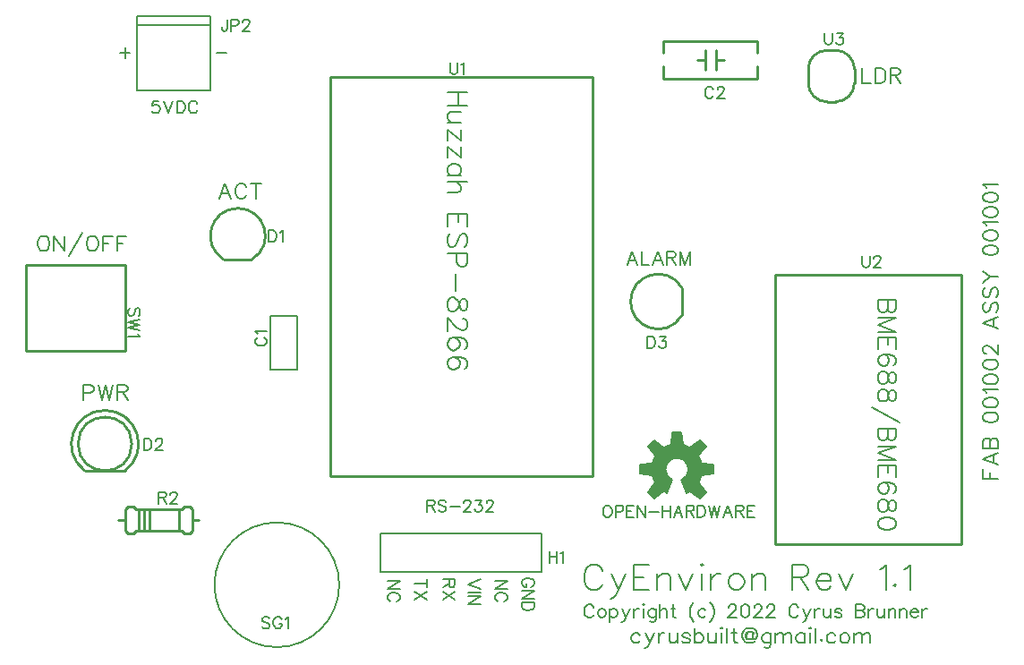
<source format=gto>
G04 Layer: TopSilkscreenLayer*
G04 EasyEDA v6.5.15, 2022-10-10 10:29:27*
G04 028e3914a6f949ed9ca799ef75e4ed4f,10*
G04 Gerber Generator version 0.2*
G04 Scale: 100 percent, Rotated: No, Reflected: No *
G04 Dimensions in millimeters *
G04 leading zeros omitted , absolute positions ,4 integer and 5 decimal *
%FSLAX45Y45*%
%MOMM*%

%ADD10C,0.1524*%
%ADD11C,0.2032*%
%ADD12C,0.1501*%
%ADD13C,0.2540*%
%ADD14C,0.2007*%
%ADD15C,0.2030*%
%ADD16C,0.0119*%

%LPD*%
D10*
X4559300Y3874515D02*
G01*
X4559300Y3765550D01*
X4559300Y3874515D02*
G01*
X4606036Y3874515D01*
X4621529Y3869436D01*
X4626863Y3864102D01*
X4631943Y3853687D01*
X4631943Y3843273D01*
X4626863Y3832860D01*
X4621529Y3827779D01*
X4606036Y3822700D01*
X4559300Y3822700D01*
X4595622Y3822700D02*
G01*
X4631943Y3765550D01*
X4739131Y3859021D02*
G01*
X4728718Y3869436D01*
X4712970Y3874515D01*
X4692395Y3874515D01*
X4676647Y3869436D01*
X4666234Y3859021D01*
X4666234Y3848607D01*
X4671568Y3838194D01*
X4676647Y3832860D01*
X4687061Y3827779D01*
X4718304Y3817365D01*
X4728718Y3812286D01*
X4733797Y3806952D01*
X4739131Y3796537D01*
X4739131Y3781044D01*
X4728718Y3770629D01*
X4712970Y3765550D01*
X4692395Y3765550D01*
X4676647Y3770629D01*
X4666234Y3781044D01*
X4773422Y3812286D02*
G01*
X4866893Y3812286D01*
X4906263Y3848607D02*
G01*
X4906263Y3853687D01*
X4911597Y3864102D01*
X4916677Y3869436D01*
X4927091Y3874515D01*
X4947920Y3874515D01*
X4958334Y3869436D01*
X4963413Y3864102D01*
X4968747Y3853687D01*
X4968747Y3843273D01*
X4963413Y3832860D01*
X4953000Y3817365D01*
X4901184Y3765550D01*
X4973827Y3765550D01*
X5018531Y3874515D02*
G01*
X5075681Y3874515D01*
X5044440Y3832860D01*
X5060188Y3832860D01*
X5070602Y3827779D01*
X5075681Y3822700D01*
X5081015Y3806952D01*
X5081015Y3796537D01*
X5075681Y3781044D01*
X5065268Y3770629D01*
X5049774Y3765550D01*
X5034279Y3765550D01*
X5018531Y3770629D01*
X5013452Y3775710D01*
X5008118Y3786123D01*
X5120386Y3848607D02*
G01*
X5120386Y3853687D01*
X5125720Y3864102D01*
X5130800Y3869436D01*
X5141213Y3874515D01*
X5162041Y3874515D01*
X5172456Y3869436D01*
X5177536Y3864102D01*
X5182870Y3853687D01*
X5182870Y3843273D01*
X5177536Y3832860D01*
X5167122Y3817365D01*
X5115306Y3765550D01*
X5187950Y3765550D01*
D11*
X8995409Y5765800D02*
G01*
X8823706Y5765800D01*
X8995409Y5765800D02*
G01*
X8995409Y5692139D01*
X8987281Y5667502D01*
X8979154Y5659373D01*
X8962643Y5651245D01*
X8946388Y5651245D01*
X8929877Y5659373D01*
X8921750Y5667502D01*
X8913622Y5692139D01*
X8913622Y5765800D02*
G01*
X8913622Y5692139D01*
X8905493Y5667502D01*
X8897365Y5659373D01*
X8880856Y5651245D01*
X8856472Y5651245D01*
X8839961Y5659373D01*
X8831834Y5667502D01*
X8823706Y5692139D01*
X8823706Y5765800D01*
X8995409Y5597144D02*
G01*
X8823706Y5597144D01*
X8995409Y5597144D02*
G01*
X8823706Y5531865D01*
X8995409Y5466334D02*
G01*
X8823706Y5531865D01*
X8995409Y5466334D02*
G01*
X8823706Y5466334D01*
X8995409Y5412231D02*
G01*
X8823706Y5412231D01*
X8995409Y5412231D02*
G01*
X8995409Y5306060D01*
X8913622Y5412231D02*
G01*
X8913622Y5346954D01*
X8823706Y5412231D02*
G01*
X8823706Y5306060D01*
X8970772Y5153913D02*
G01*
X8987281Y5162042D01*
X8995409Y5186426D01*
X8995409Y5202936D01*
X8987281Y5227320D01*
X8962643Y5243829D01*
X8921750Y5251957D01*
X8880856Y5251957D01*
X8848090Y5243829D01*
X8831834Y5227320D01*
X8823706Y5202936D01*
X8823706Y5194807D01*
X8831834Y5170170D01*
X8848090Y5153913D01*
X8872727Y5145531D01*
X8880856Y5145531D01*
X8905493Y5153913D01*
X8921750Y5170170D01*
X8929877Y5194807D01*
X8929877Y5202936D01*
X8921750Y5227320D01*
X8905493Y5243829D01*
X8880856Y5251957D01*
X8995409Y5050789D02*
G01*
X8987281Y5075173D01*
X8970772Y5083555D01*
X8954515Y5083555D01*
X8938259Y5075173D01*
X8929877Y5058918D01*
X8921750Y5026152D01*
X8913622Y5001513D01*
X8897365Y4985257D01*
X8880856Y4977129D01*
X8856472Y4977129D01*
X8839961Y4985257D01*
X8831834Y4993386D01*
X8823706Y5018023D01*
X8823706Y5050789D01*
X8831834Y5075173D01*
X8839961Y5083555D01*
X8856472Y5091684D01*
X8880856Y5091684D01*
X8897365Y5083555D01*
X8913622Y5067045D01*
X8921750Y5042407D01*
X8929877Y5009895D01*
X8938259Y4993386D01*
X8954515Y4985257D01*
X8970772Y4985257D01*
X8987281Y4993386D01*
X8995409Y5018023D01*
X8995409Y5050789D01*
X8995409Y4882134D02*
G01*
X8987281Y4906771D01*
X8970772Y4914900D01*
X8954515Y4914900D01*
X8938259Y4906771D01*
X8929877Y4890262D01*
X8921750Y4857495D01*
X8913622Y4833112D01*
X8897365Y4816602D01*
X8880856Y4808473D01*
X8856472Y4808473D01*
X8839961Y4816602D01*
X8831834Y4824984D01*
X8823706Y4849368D01*
X8823706Y4882134D01*
X8831834Y4906771D01*
X8839961Y4914900D01*
X8856472Y4923028D01*
X8880856Y4923028D01*
X8897365Y4914900D01*
X8913622Y4898644D01*
X8921750Y4874005D01*
X8929877Y4841239D01*
X8938259Y4824984D01*
X8954515Y4816602D01*
X8970772Y4816602D01*
X8987281Y4824984D01*
X8995409Y4849368D01*
X8995409Y4882134D01*
X9028175Y4607305D02*
G01*
X8766302Y4754626D01*
X8995409Y4553204D02*
G01*
X8823706Y4553204D01*
X8995409Y4553204D02*
G01*
X8995409Y4479544D01*
X8987281Y4455160D01*
X8979154Y4446778D01*
X8962643Y4438650D01*
X8946388Y4438650D01*
X8929877Y4446778D01*
X8921750Y4455160D01*
X8913622Y4479544D01*
X8913622Y4553204D02*
G01*
X8913622Y4479544D01*
X8905493Y4455160D01*
X8897365Y4446778D01*
X8880856Y4438650D01*
X8856472Y4438650D01*
X8839961Y4446778D01*
X8831834Y4455160D01*
X8823706Y4479544D01*
X8823706Y4553204D01*
X8995409Y4384802D02*
G01*
X8823706Y4384802D01*
X8995409Y4384802D02*
G01*
X8823706Y4319270D01*
X8995409Y4253737D02*
G01*
X8823706Y4319270D01*
X8995409Y4253737D02*
G01*
X8823706Y4253737D01*
X8995409Y4199889D02*
G01*
X8823706Y4199889D01*
X8995409Y4199889D02*
G01*
X8995409Y4093463D01*
X8913622Y4199889D02*
G01*
X8913622Y4134357D01*
X8823706Y4199889D02*
G01*
X8823706Y4093463D01*
X8970772Y3941318D02*
G01*
X8987281Y3949445D01*
X8995409Y3974084D01*
X8995409Y3990339D01*
X8987281Y4014978D01*
X8962643Y4031234D01*
X8921750Y4039362D01*
X8880856Y4039362D01*
X8848090Y4031234D01*
X8831834Y4014978D01*
X8823706Y3990339D01*
X8823706Y3982212D01*
X8831834Y3957573D01*
X8848090Y3941318D01*
X8872727Y3933189D01*
X8880856Y3933189D01*
X8905493Y3941318D01*
X8921750Y3957573D01*
X8929877Y3982212D01*
X8929877Y3990339D01*
X8921750Y4014978D01*
X8905493Y4031234D01*
X8880856Y4039362D01*
X8995409Y3838194D02*
G01*
X8987281Y3862831D01*
X8970772Y3870960D01*
X8954515Y3870960D01*
X8938259Y3862831D01*
X8929877Y3846321D01*
X8921750Y3813555D01*
X8913622Y3789171D01*
X8897365Y3772662D01*
X8880856Y3764534D01*
X8856472Y3764534D01*
X8839961Y3772662D01*
X8831834Y3780789D01*
X8823706Y3805428D01*
X8823706Y3838194D01*
X8831834Y3862831D01*
X8839961Y3870960D01*
X8856472Y3879087D01*
X8880856Y3879087D01*
X8897365Y3870960D01*
X8913622Y3854450D01*
X8921750Y3830065D01*
X8929877Y3797300D01*
X8938259Y3780789D01*
X8954515Y3772662D01*
X8970772Y3772662D01*
X8987281Y3780789D01*
X8995409Y3805428D01*
X8995409Y3838194D01*
X8995409Y3661410D02*
G01*
X8987281Y3686047D01*
X8962643Y3702304D01*
X8921750Y3710431D01*
X8897365Y3710431D01*
X8856472Y3702304D01*
X8831834Y3686047D01*
X8823706Y3661410D01*
X8823706Y3645154D01*
X8831834Y3620515D01*
X8856472Y3604260D01*
X8897365Y3595878D01*
X8921750Y3595878D01*
X8962643Y3604260D01*
X8987281Y3620515D01*
X8995409Y3645154D01*
X8995409Y3661410D01*
X1308100Y4964684D02*
G01*
X1308100Y4821428D01*
X1308100Y4964684D02*
G01*
X1369568Y4964684D01*
X1389887Y4957826D01*
X1396745Y4950968D01*
X1403604Y4937505D01*
X1403604Y4916931D01*
X1396745Y4903215D01*
X1389887Y4896357D01*
X1369568Y4889754D01*
X1308100Y4889754D01*
X1448562Y4964684D02*
G01*
X1482597Y4821428D01*
X1516634Y4964684D02*
G01*
X1482597Y4821428D01*
X1516634Y4964684D02*
G01*
X1550923Y4821428D01*
X1584960Y4964684D02*
G01*
X1550923Y4821428D01*
X1629918Y4964684D02*
G01*
X1629918Y4821428D01*
X1629918Y4964684D02*
G01*
X1691386Y4964684D01*
X1711705Y4957826D01*
X1718563Y4950968D01*
X1725421Y4937505D01*
X1725421Y4923789D01*
X1718563Y4910073D01*
X1711705Y4903215D01*
X1691386Y4896357D01*
X1629918Y4896357D01*
X1677670Y4896357D02*
G01*
X1725421Y4821428D01*
X2645409Y6869684D02*
G01*
X2590800Y6726428D01*
X2645409Y6869684D02*
G01*
X2699765Y6726428D01*
X2611374Y6774179D02*
G01*
X2679445Y6774179D01*
X2847086Y6835647D02*
G01*
X2840227Y6849110D01*
X2826765Y6862826D01*
X2813050Y6869684D01*
X2785872Y6869684D01*
X2772156Y6862826D01*
X2758440Y6849110D01*
X2751581Y6835647D01*
X2744977Y6815073D01*
X2744977Y6781037D01*
X2751581Y6760463D01*
X2758440Y6747002D01*
X2772156Y6733286D01*
X2785872Y6726428D01*
X2813050Y6726428D01*
X2826765Y6733286D01*
X2840227Y6747002D01*
X2847086Y6760463D01*
X2939795Y6869684D02*
G01*
X2939795Y6726428D01*
X2892043Y6869684D02*
G01*
X2987547Y6869684D01*
X917194Y6374384D02*
G01*
X903478Y6367526D01*
X890015Y6353810D01*
X883157Y6340347D01*
X876300Y6319773D01*
X876300Y6285737D01*
X883157Y6265163D01*
X890015Y6251702D01*
X903478Y6237986D01*
X917194Y6231128D01*
X944371Y6231128D01*
X958087Y6237986D01*
X971804Y6251702D01*
X978662Y6265163D01*
X985265Y6285737D01*
X985265Y6319773D01*
X978662Y6340347D01*
X971804Y6353810D01*
X958087Y6367526D01*
X944371Y6374384D01*
X917194Y6374384D01*
X1030478Y6374384D02*
G01*
X1030478Y6231128D01*
X1030478Y6374384D02*
G01*
X1125728Y6231128D01*
X1125728Y6374384D02*
G01*
X1125728Y6231128D01*
X1293621Y6401562D02*
G01*
X1170939Y6183376D01*
X1379473Y6374384D02*
G01*
X1365757Y6367526D01*
X1352295Y6353810D01*
X1345437Y6340347D01*
X1338579Y6319773D01*
X1338579Y6285737D01*
X1345437Y6265163D01*
X1352295Y6251702D01*
X1365757Y6237986D01*
X1379473Y6231128D01*
X1406652Y6231128D01*
X1420368Y6237986D01*
X1434084Y6251702D01*
X1440942Y6265163D01*
X1447545Y6285737D01*
X1447545Y6319773D01*
X1440942Y6340347D01*
X1434084Y6353810D01*
X1420368Y6367526D01*
X1406652Y6374384D01*
X1379473Y6374384D01*
X1492757Y6374384D02*
G01*
X1492757Y6231128D01*
X1492757Y6374384D02*
G01*
X1581404Y6374384D01*
X1492757Y6306057D02*
G01*
X1547113Y6306057D01*
X1626362Y6374384D02*
G01*
X1626362Y6231128D01*
X1626362Y6374384D02*
G01*
X1715007Y6374384D01*
X1626362Y6306057D02*
G01*
X1680718Y6306057D01*
X8674100Y7961884D02*
G01*
X8674100Y7818628D01*
X8674100Y7818628D02*
G01*
X8755888Y7818628D01*
X8800845Y7961884D02*
G01*
X8800845Y7818628D01*
X8800845Y7961884D02*
G01*
X8848597Y7961884D01*
X8869172Y7955026D01*
X8882634Y7941310D01*
X8889491Y7927847D01*
X8896350Y7907273D01*
X8896350Y7873237D01*
X8889491Y7852663D01*
X8882634Y7839202D01*
X8869172Y7825486D01*
X8848597Y7818628D01*
X8800845Y7818628D01*
X8941308Y7961884D02*
G01*
X8941308Y7818628D01*
X8941308Y7961884D02*
G01*
X9002775Y7961884D01*
X9023095Y7955026D01*
X9029954Y7948168D01*
X9036811Y7934705D01*
X9036811Y7920989D01*
X9029954Y7907273D01*
X9023095Y7900415D01*
X9002775Y7893558D01*
X8941308Y7893558D01*
X8989059Y7893558D02*
G01*
X9036811Y7818628D01*
X9818115Y4076700D02*
G01*
X9961372Y4076700D01*
X9818115Y4076700D02*
G01*
X9818115Y4165345D01*
X9886441Y4076700D02*
G01*
X9886441Y4131310D01*
X9818115Y4264913D02*
G01*
X9961372Y4210304D01*
X9818115Y4264913D02*
G01*
X9961372Y4319523D01*
X9913620Y4230878D02*
G01*
X9913620Y4298950D01*
X9818115Y4364481D02*
G01*
X9961372Y4364481D01*
X9818115Y4364481D02*
G01*
X9818115Y4425695D01*
X9824974Y4446270D01*
X9831831Y4453128D01*
X9845293Y4459986D01*
X9859009Y4459986D01*
X9872725Y4453128D01*
X9879584Y4446270D01*
X9886441Y4425695D01*
X9886441Y4364481D02*
G01*
X9886441Y4425695D01*
X9893045Y4446270D01*
X9899904Y4453128D01*
X9913620Y4459986D01*
X9933940Y4459986D01*
X9947656Y4453128D01*
X9954513Y4446270D01*
X9961372Y4425695D01*
X9961372Y4364481D01*
X9818115Y4650739D02*
G01*
X9824974Y4630420D01*
X9845293Y4616704D01*
X9879584Y4609845D01*
X9899904Y4609845D01*
X9933940Y4616704D01*
X9954513Y4630420D01*
X9961372Y4650739D01*
X9961372Y4664455D01*
X9954513Y4684776D01*
X9933940Y4698492D01*
X9899904Y4705350D01*
X9879584Y4705350D01*
X9845293Y4698492D01*
X9824974Y4684776D01*
X9818115Y4664455D01*
X9818115Y4650739D01*
X9818115Y4791202D02*
G01*
X9824974Y4770881D01*
X9845293Y4757165D01*
X9879584Y4750307D01*
X9899904Y4750307D01*
X9933940Y4757165D01*
X9954513Y4770881D01*
X9961372Y4791202D01*
X9961372Y4804918D01*
X9954513Y4825237D01*
X9933940Y4838954D01*
X9899904Y4845812D01*
X9879584Y4845812D01*
X9845293Y4838954D01*
X9824974Y4825237D01*
X9818115Y4804918D01*
X9818115Y4791202D01*
X9845293Y4890770D02*
G01*
X9838690Y4904486D01*
X9818115Y4924805D01*
X9961372Y4924805D01*
X9818115Y5010912D02*
G01*
X9824974Y4990337D01*
X9845293Y4976621D01*
X9879584Y4969763D01*
X9899904Y4969763D01*
X9933940Y4976621D01*
X9954513Y4990337D01*
X9961372Y5010912D01*
X9961372Y5024373D01*
X9954513Y5044947D01*
X9933940Y5058410D01*
X9899904Y5065268D01*
X9879584Y5065268D01*
X9845293Y5058410D01*
X9824974Y5044947D01*
X9818115Y5024373D01*
X9818115Y5010912D01*
X9818115Y5151120D02*
G01*
X9824974Y5130800D01*
X9845293Y5117084D01*
X9879584Y5110226D01*
X9899904Y5110226D01*
X9933940Y5117084D01*
X9954513Y5130800D01*
X9961372Y5151120D01*
X9961372Y5164836D01*
X9954513Y5185410D01*
X9933940Y5198871D01*
X9899904Y5205729D01*
X9879584Y5205729D01*
X9845293Y5198871D01*
X9824974Y5185410D01*
X9818115Y5164836D01*
X9818115Y5151120D01*
X9852152Y5257545D02*
G01*
X9845293Y5257545D01*
X9831831Y5264404D01*
X9824974Y5271262D01*
X9818115Y5284978D01*
X9818115Y5312155D01*
X9824974Y5325871D01*
X9831831Y5332729D01*
X9845293Y5339334D01*
X9859009Y5339334D01*
X9872725Y5332729D01*
X9893045Y5319013D01*
X9961372Y5250687D01*
X9961372Y5346192D01*
X9818115Y5550662D02*
G01*
X9961372Y5496305D01*
X9818115Y5550662D02*
G01*
X9961372Y5605271D01*
X9913620Y5516626D02*
G01*
X9913620Y5584952D01*
X9838690Y5745734D02*
G01*
X9824974Y5732271D01*
X9818115Y5711697D01*
X9818115Y5684520D01*
X9824974Y5663945D01*
X9838690Y5650229D01*
X9852152Y5650229D01*
X9865868Y5657087D01*
X9872725Y5663945D01*
X9879584Y5677662D01*
X9893045Y5718555D01*
X9899904Y5732271D01*
X9906761Y5738876D01*
X9920477Y5745734D01*
X9940797Y5745734D01*
X9954513Y5732271D01*
X9961372Y5711697D01*
X9961372Y5684520D01*
X9954513Y5663945D01*
X9940797Y5650229D01*
X9838690Y5886195D02*
G01*
X9824974Y5872479D01*
X9818115Y5852160D01*
X9818115Y5824981D01*
X9824974Y5804407D01*
X9838690Y5790692D01*
X9852152Y5790692D01*
X9865868Y5797550D01*
X9872725Y5804407D01*
X9879584Y5818123D01*
X9893045Y5859018D01*
X9899904Y5872479D01*
X9906761Y5879337D01*
X9920477Y5886195D01*
X9940797Y5886195D01*
X9954513Y5872479D01*
X9961372Y5852160D01*
X9961372Y5824981D01*
X9954513Y5804407D01*
X9940797Y5790692D01*
X9818115Y5931154D02*
G01*
X9886441Y5985763D01*
X9961372Y5985763D01*
X9818115Y6040373D02*
G01*
X9886441Y5985763D01*
X9818115Y6231128D02*
G01*
X9824974Y6210807D01*
X9845293Y6197092D01*
X9879584Y6190234D01*
X9899904Y6190234D01*
X9933940Y6197092D01*
X9954513Y6210807D01*
X9961372Y6231128D01*
X9961372Y6244844D01*
X9954513Y6265418D01*
X9933940Y6278879D01*
X9899904Y6285737D01*
X9879584Y6285737D01*
X9845293Y6278879D01*
X9824974Y6265418D01*
X9818115Y6244844D01*
X9818115Y6231128D01*
X9818115Y6371589D02*
G01*
X9824974Y6351270D01*
X9845293Y6337554D01*
X9879584Y6330695D01*
X9899904Y6330695D01*
X9933940Y6337554D01*
X9954513Y6351270D01*
X9961372Y6371589D01*
X9961372Y6385305D01*
X9954513Y6405879D01*
X9933940Y6419342D01*
X9899904Y6426200D01*
X9879584Y6426200D01*
X9845293Y6419342D01*
X9824974Y6405879D01*
X9818115Y6385305D01*
X9818115Y6371589D01*
X9845293Y6471157D02*
G01*
X9838690Y6484873D01*
X9818115Y6505447D01*
X9961372Y6505447D01*
X9818115Y6591300D02*
G01*
X9824974Y6570726D01*
X9845293Y6557263D01*
X9879584Y6550405D01*
X9899904Y6550405D01*
X9933940Y6557263D01*
X9954513Y6570726D01*
X9961372Y6591300D01*
X9961372Y6604762D01*
X9954513Y6625336D01*
X9933940Y6639052D01*
X9899904Y6645910D01*
X9879584Y6645910D01*
X9845293Y6639052D01*
X9824974Y6625336D01*
X9818115Y6604762D01*
X9818115Y6591300D01*
X9818115Y6731762D02*
G01*
X9824974Y6711187D01*
X9845293Y6697726D01*
X9879584Y6690868D01*
X9899904Y6690868D01*
X9933940Y6697726D01*
X9954513Y6711187D01*
X9961372Y6731762D01*
X9961372Y6745223D01*
X9954513Y6765797D01*
X9933940Y6779513D01*
X9899904Y6786118D01*
X9879584Y6786118D01*
X9845293Y6779513D01*
X9824974Y6765797D01*
X9818115Y6745223D01*
X9818115Y6731762D01*
X9845293Y6831329D02*
G01*
X9838690Y6844792D01*
X9818115Y6865365D01*
X9961372Y6865365D01*
X2021331Y7652258D02*
G01*
X1966722Y7652258D01*
X1961134Y7602981D01*
X1966722Y7608570D01*
X1982977Y7613904D01*
X1999488Y7613904D01*
X2015743Y7608570D01*
X2026665Y7597647D01*
X2032254Y7581392D01*
X2032254Y7570470D01*
X2026665Y7553960D01*
X2015743Y7543037D01*
X1999488Y7537704D01*
X1982977Y7537704D01*
X1966722Y7543037D01*
X1961134Y7548626D01*
X1955800Y7559547D01*
X2068068Y7652258D02*
G01*
X2111756Y7537704D01*
X2155443Y7652258D02*
G01*
X2111756Y7537704D01*
X2191511Y7652258D02*
G01*
X2191511Y7537704D01*
X2191511Y7652258D02*
G01*
X2229611Y7652258D01*
X2245868Y7646670D01*
X2256790Y7635747D01*
X2262377Y7624826D01*
X2267711Y7608570D01*
X2267711Y7581392D01*
X2262377Y7564881D01*
X2256790Y7553960D01*
X2245868Y7543037D01*
X2229611Y7537704D01*
X2191511Y7537704D01*
X2385568Y7624826D02*
G01*
X2380234Y7635747D01*
X2369311Y7646670D01*
X2358390Y7652258D01*
X2336545Y7652258D01*
X2325624Y7646670D01*
X2314702Y7635747D01*
X2309368Y7624826D01*
X2303779Y7608570D01*
X2303779Y7581392D01*
X2309368Y7564881D01*
X2314702Y7553960D01*
X2325624Y7543037D01*
X2336545Y7537704D01*
X2358390Y7537704D01*
X2369311Y7543037D01*
X2380234Y7553960D01*
X2385568Y7564881D01*
X1700021Y8156447D02*
G01*
X1700021Y8058404D01*
X1651000Y8107426D02*
G01*
X1749297Y8107426D01*
X2565400Y8107426D02*
G01*
X2663697Y8107426D01*
X4299458Y3111500D02*
G01*
X4184904Y3111500D01*
X4299458Y3111500D02*
G01*
X4184904Y3035045D01*
X4299458Y3035045D02*
G01*
X4184904Y3035045D01*
X4272025Y2917444D02*
G01*
X4282947Y2922778D01*
X4293870Y2933700D01*
X4299458Y2944621D01*
X4299458Y2966465D01*
X4293870Y2977387D01*
X4282947Y2988310D01*
X4272025Y2993644D01*
X4255770Y2999231D01*
X4228591Y2999231D01*
X4212081Y2993644D01*
X4201159Y2988310D01*
X4190238Y2977387D01*
X4184904Y2966465D01*
X4184904Y2944621D01*
X4190238Y2933700D01*
X4201159Y2922778D01*
X4212081Y2917444D01*
X5315458Y3111500D02*
G01*
X5200904Y3111500D01*
X5315458Y3111500D02*
G01*
X5200904Y3035045D01*
X5315458Y3035045D02*
G01*
X5200904Y3035045D01*
X5288025Y2917444D02*
G01*
X5298947Y2922778D01*
X5309870Y2933700D01*
X5315458Y2944621D01*
X5315458Y2966465D01*
X5309870Y2977387D01*
X5298947Y2988310D01*
X5288025Y2993644D01*
X5271770Y2999231D01*
X5244591Y2999231D01*
X5228081Y2993644D01*
X5217159Y2988310D01*
X5206238Y2977387D01*
X5200904Y2966465D01*
X5200904Y2944621D01*
X5206238Y2933700D01*
X5217159Y2922778D01*
X5228081Y2917444D01*
X4553458Y3086100D02*
G01*
X4438904Y3086100D01*
X4553458Y3124200D02*
G01*
X4553458Y3047745D01*
X4553458Y3011931D02*
G01*
X4438904Y2935478D01*
X4553458Y2935478D02*
G01*
X4438904Y3011931D01*
X4820158Y3124200D02*
G01*
X4705604Y3124200D01*
X4820158Y3124200D02*
G01*
X4820158Y3075178D01*
X4814570Y3058668D01*
X4809236Y3053334D01*
X4798313Y3047745D01*
X4787391Y3047745D01*
X4776470Y3053334D01*
X4770881Y3058668D01*
X4765547Y3075178D01*
X4765547Y3124200D01*
X4765547Y3086100D02*
G01*
X4705604Y3047745D01*
X4820158Y3011931D02*
G01*
X4705604Y2935478D01*
X4820158Y2935478D02*
G01*
X4705604Y3011931D01*
X5061458Y3124200D02*
G01*
X4946904Y3080512D01*
X5061458Y3036823D02*
G01*
X4946904Y3080512D01*
X5061458Y3001010D02*
G01*
X4946904Y3001010D01*
X5061458Y2964942D02*
G01*
X4946904Y2964942D01*
X5061458Y2964942D02*
G01*
X4946904Y2888487D01*
X5061458Y2888487D02*
G01*
X4946904Y2888487D01*
X5542025Y3055112D02*
G01*
X5552947Y3060445D01*
X5563870Y3071368D01*
X5569458Y3082289D01*
X5569458Y3104134D01*
X5563870Y3115055D01*
X5552947Y3125978D01*
X5542025Y3131565D01*
X5525770Y3136900D01*
X5498591Y3136900D01*
X5482081Y3131565D01*
X5471159Y3125978D01*
X5460238Y3115055D01*
X5454904Y3104134D01*
X5454904Y3082289D01*
X5460238Y3071368D01*
X5471159Y3060445D01*
X5482081Y3055112D01*
X5498591Y3055112D01*
X5498591Y3082289D02*
G01*
X5498591Y3055112D01*
X5569458Y3019044D02*
G01*
X5454904Y3019044D01*
X5569458Y3019044D02*
G01*
X5454904Y2942844D01*
X5569458Y2942844D02*
G01*
X5454904Y2942844D01*
X5569458Y2906776D02*
G01*
X5454904Y2906776D01*
X5569458Y2906776D02*
G01*
X5569458Y2868421D01*
X5563870Y2852165D01*
X5552947Y2841244D01*
X5542025Y2835910D01*
X5525770Y2830321D01*
X5498591Y2830321D01*
X5482081Y2835910D01*
X5471159Y2841244D01*
X5460238Y2852165D01*
X5454904Y2868421D01*
X5454904Y2906776D01*
X6215634Y3205479D02*
G01*
X6204204Y3228086D01*
X6181597Y3250692D01*
X6158738Y3262121D01*
X6113272Y3262121D01*
X6090665Y3250692D01*
X6067806Y3228086D01*
X6056629Y3205479D01*
X6045200Y3171189D01*
X6045200Y3114547D01*
X6056629Y3080257D01*
X6067806Y3057652D01*
X6090665Y3034792D01*
X6113272Y3023615D01*
X6158738Y3023615D01*
X6181597Y3034792D01*
X6204204Y3057652D01*
X6215634Y3080257D01*
X6301993Y3182620D02*
G01*
X6370320Y3023615D01*
X6438391Y3182620D02*
G01*
X6370320Y3023615D01*
X6347459Y2978150D01*
X6324854Y2955289D01*
X6301993Y2944113D01*
X6290563Y2944113D01*
X6513322Y3262121D02*
G01*
X6513322Y3023615D01*
X6513322Y3262121D02*
G01*
X6661150Y3262121D01*
X6513322Y3148584D02*
G01*
X6604254Y3148584D01*
X6513322Y3023615D02*
G01*
X6661150Y3023615D01*
X6736079Y3182620D02*
G01*
X6736079Y3023615D01*
X6736079Y3137154D02*
G01*
X6770115Y3171189D01*
X6792975Y3182620D01*
X6827011Y3182620D01*
X6849618Y3171189D01*
X6861047Y3137154D01*
X6861047Y3023615D01*
X6936231Y3182620D02*
G01*
X7004304Y3023615D01*
X7072375Y3182620D02*
G01*
X7004304Y3023615D01*
X7147559Y3262121D02*
G01*
X7158736Y3250692D01*
X7170165Y3262121D01*
X7158736Y3273552D01*
X7147559Y3262121D01*
X7158736Y3182620D02*
G01*
X7158736Y3023615D01*
X7245095Y3182620D02*
G01*
X7245095Y3023615D01*
X7245095Y3114547D02*
G01*
X7256525Y3148584D01*
X7279386Y3171189D01*
X7301991Y3182620D01*
X7336027Y3182620D01*
X7467854Y3182620D02*
G01*
X7445247Y3171189D01*
X7422388Y3148584D01*
X7411211Y3114547D01*
X7411211Y3091687D01*
X7422388Y3057652D01*
X7445247Y3034792D01*
X7467854Y3023615D01*
X7501890Y3023615D01*
X7524750Y3034792D01*
X7547356Y3057652D01*
X7558786Y3091687D01*
X7558786Y3114547D01*
X7547356Y3148584D01*
X7524750Y3171189D01*
X7501890Y3182620D01*
X7467854Y3182620D01*
X7633715Y3182620D02*
G01*
X7633715Y3023615D01*
X7633715Y3137154D02*
G01*
X7668006Y3171189D01*
X7690611Y3182620D01*
X7724647Y3182620D01*
X7747508Y3171189D01*
X7758938Y3137154D01*
X7758938Y3023615D01*
X8008874Y3262121D02*
G01*
X8008874Y3023615D01*
X8008874Y3262121D02*
G01*
X8110981Y3262121D01*
X8145272Y3250692D01*
X8156447Y3239515D01*
X8167877Y3216655D01*
X8167877Y3194050D01*
X8156447Y3171189D01*
X8145272Y3160013D01*
X8110981Y3148584D01*
X8008874Y3148584D01*
X8088375Y3148584D02*
G01*
X8167877Y3023615D01*
X8242808Y3114547D02*
G01*
X8379206Y3114547D01*
X8379206Y3137154D01*
X8368029Y3160013D01*
X8356600Y3171189D01*
X8333740Y3182620D01*
X8299704Y3182620D01*
X8277097Y3171189D01*
X8254238Y3148584D01*
X8242808Y3114547D01*
X8242808Y3091687D01*
X8254238Y3057652D01*
X8277097Y3034792D01*
X8299704Y3023615D01*
X8333740Y3023615D01*
X8356600Y3034792D01*
X8379206Y3057652D01*
X8454390Y3182620D02*
G01*
X8522461Y3023615D01*
X8590534Y3182620D02*
G01*
X8522461Y3023615D01*
X8840724Y3216655D02*
G01*
X8863329Y3228086D01*
X8897365Y3262121D01*
X8897365Y3023615D01*
X8983725Y3080257D02*
G01*
X8972550Y3069081D01*
X8983725Y3057652D01*
X8995156Y3069081D01*
X8983725Y3080257D01*
X9070086Y3216655D02*
G01*
X9092945Y3228086D01*
X9126981Y3262121D01*
X9126981Y3023615D01*
X6133845Y2857500D02*
G01*
X6128004Y2869437D01*
X6116065Y2881121D01*
X6104381Y2886963D01*
X6080759Y2886963D01*
X6068822Y2881121D01*
X6057138Y2869437D01*
X6051041Y2857500D01*
X6045200Y2839720D01*
X6045200Y2810255D01*
X6051041Y2792476D01*
X6057138Y2780792D01*
X6068822Y2768854D01*
X6080759Y2763012D01*
X6104381Y2763012D01*
X6116065Y2768854D01*
X6128004Y2780792D01*
X6133845Y2792476D01*
X6202425Y2845815D02*
G01*
X6190488Y2839720D01*
X6178804Y2828036D01*
X6172961Y2810255D01*
X6172961Y2798571D01*
X6178804Y2780792D01*
X6190488Y2768854D01*
X6202425Y2763012D01*
X6220206Y2763012D01*
X6231890Y2768854D01*
X6243827Y2780792D01*
X6249670Y2798571D01*
X6249670Y2810255D01*
X6243827Y2828036D01*
X6231890Y2839720D01*
X6220206Y2845815D01*
X6202425Y2845815D01*
X6288531Y2845815D02*
G01*
X6288531Y2721610D01*
X6288531Y2828036D02*
G01*
X6300470Y2839720D01*
X6312408Y2845815D01*
X6329934Y2845815D01*
X6341872Y2839720D01*
X6353556Y2828036D01*
X6359652Y2810255D01*
X6359652Y2798571D01*
X6353556Y2780792D01*
X6341872Y2768854D01*
X6329934Y2763012D01*
X6312408Y2763012D01*
X6300470Y2768854D01*
X6288531Y2780792D01*
X6404356Y2845815D02*
G01*
X6439915Y2763012D01*
X6475475Y2845815D02*
G01*
X6439915Y2763012D01*
X6428231Y2739389D01*
X6416293Y2727452D01*
X6404356Y2721610D01*
X6398513Y2721610D01*
X6514338Y2845815D02*
G01*
X6514338Y2763012D01*
X6514338Y2810255D02*
G01*
X6520179Y2828036D01*
X6532118Y2839720D01*
X6543802Y2845815D01*
X6561581Y2845815D01*
X6600697Y2886963D02*
G01*
X6606540Y2881121D01*
X6612381Y2886963D01*
X6606540Y2893060D01*
X6600697Y2886963D01*
X6606540Y2845815D02*
G01*
X6606540Y2763012D01*
X6722363Y2845815D02*
G01*
X6722363Y2751073D01*
X6716522Y2733547D01*
X6710679Y2727452D01*
X6698741Y2721610D01*
X6680961Y2721610D01*
X6669277Y2727452D01*
X6722363Y2828036D02*
G01*
X6710679Y2839720D01*
X6698741Y2845815D01*
X6680961Y2845815D01*
X6669277Y2839720D01*
X6657340Y2828036D01*
X6651497Y2810255D01*
X6651497Y2798571D01*
X6657340Y2780792D01*
X6669277Y2768854D01*
X6680961Y2763012D01*
X6698741Y2763012D01*
X6710679Y2768854D01*
X6722363Y2780792D01*
X6761479Y2886963D02*
G01*
X6761479Y2763012D01*
X6761479Y2822194D02*
G01*
X6779006Y2839720D01*
X6790943Y2845815D01*
X6808724Y2845815D01*
X6820408Y2839720D01*
X6826504Y2822194D01*
X6826504Y2763012D01*
X6883145Y2886963D02*
G01*
X6883145Y2786634D01*
X6888988Y2768854D01*
X6900925Y2763012D01*
X6912609Y2763012D01*
X6865365Y2845815D02*
G01*
X6906768Y2845815D01*
X7084059Y2910839D02*
G01*
X7072122Y2898902D01*
X7060438Y2881121D01*
X7048500Y2857500D01*
X7042658Y2828036D01*
X7042658Y2804413D01*
X7048500Y2774695D01*
X7060438Y2751073D01*
X7072122Y2733547D01*
X7084059Y2721610D01*
X7194041Y2828036D02*
G01*
X7182104Y2839720D01*
X7170165Y2845815D01*
X7152640Y2845815D01*
X7140702Y2839720D01*
X7129018Y2828036D01*
X7122922Y2810255D01*
X7122922Y2798571D01*
X7129018Y2780792D01*
X7140702Y2768854D01*
X7152640Y2763012D01*
X7170165Y2763012D01*
X7182104Y2768854D01*
X7194041Y2780792D01*
X7232904Y2910839D02*
G01*
X7244841Y2898902D01*
X7256525Y2881121D01*
X7268463Y2857500D01*
X7274306Y2828036D01*
X7274306Y2804413D01*
X7268463Y2774695D01*
X7256525Y2751073D01*
X7244841Y2733547D01*
X7232904Y2721610D01*
X7410195Y2857500D02*
G01*
X7410195Y2863342D01*
X7416038Y2875279D01*
X7422134Y2881121D01*
X7433818Y2886963D01*
X7457440Y2886963D01*
X7469377Y2881121D01*
X7475220Y2875279D01*
X7481061Y2863342D01*
X7481061Y2851657D01*
X7475220Y2839720D01*
X7463281Y2822194D01*
X7404354Y2763012D01*
X7486904Y2763012D01*
X7561579Y2886963D02*
G01*
X7543800Y2881121D01*
X7531861Y2863342D01*
X7526020Y2833878D01*
X7526020Y2816097D01*
X7531861Y2786634D01*
X7543800Y2768854D01*
X7561579Y2763012D01*
X7573263Y2763012D01*
X7591043Y2768854D01*
X7602727Y2786634D01*
X7608824Y2816097D01*
X7608824Y2833878D01*
X7602727Y2863342D01*
X7591043Y2881121D01*
X7573263Y2886963D01*
X7561579Y2886963D01*
X7653527Y2857500D02*
G01*
X7653527Y2863342D01*
X7659624Y2875279D01*
X7665465Y2881121D01*
X7677404Y2886963D01*
X7701025Y2886963D01*
X7712709Y2881121D01*
X7718552Y2875279D01*
X7724647Y2863342D01*
X7724647Y2851657D01*
X7718552Y2839720D01*
X7706868Y2822194D01*
X7647686Y2763012D01*
X7730490Y2763012D01*
X7775447Y2857500D02*
G01*
X7775447Y2863342D01*
X7781290Y2875279D01*
X7787131Y2881121D01*
X7799070Y2886963D01*
X7822691Y2886963D01*
X7834375Y2881121D01*
X7840472Y2875279D01*
X7846313Y2863342D01*
X7846313Y2851657D01*
X7840472Y2839720D01*
X7828534Y2822194D01*
X7769352Y2763012D01*
X7852156Y2763012D01*
X8070850Y2857500D02*
G01*
X8065008Y2869437D01*
X8053070Y2881121D01*
X8041386Y2886963D01*
X8017763Y2886963D01*
X8005825Y2881121D01*
X7993888Y2869437D01*
X7988045Y2857500D01*
X7982204Y2839720D01*
X7982204Y2810255D01*
X7988045Y2792476D01*
X7993888Y2780792D01*
X8005825Y2768854D01*
X8017763Y2763012D01*
X8041386Y2763012D01*
X8053070Y2768854D01*
X8065008Y2780792D01*
X8070850Y2792476D01*
X8115808Y2845815D02*
G01*
X8151113Y2763012D01*
X8186674Y2845815D02*
G01*
X8151113Y2763012D01*
X8139429Y2739389D01*
X8127491Y2727452D01*
X8115808Y2721610D01*
X8109711Y2721610D01*
X8225536Y2845815D02*
G01*
X8225536Y2763012D01*
X8225536Y2810255D02*
G01*
X8231631Y2828036D01*
X8243315Y2839720D01*
X8255254Y2845815D01*
X8273034Y2845815D01*
X8311895Y2845815D02*
G01*
X8311895Y2786634D01*
X8317738Y2768854D01*
X8329675Y2763012D01*
X8347456Y2763012D01*
X8359140Y2768854D01*
X8376920Y2786634D01*
X8376920Y2845815D02*
G01*
X8376920Y2763012D01*
X8480806Y2828036D02*
G01*
X8474963Y2839720D01*
X8457184Y2845815D01*
X8439658Y2845815D01*
X8421877Y2839720D01*
X8416036Y2828036D01*
X8421877Y2816097D01*
X8433561Y2810255D01*
X8463279Y2804413D01*
X8474963Y2798571D01*
X8480806Y2786634D01*
X8480806Y2780792D01*
X8474963Y2768854D01*
X8457184Y2763012D01*
X8439658Y2763012D01*
X8421877Y2768854D01*
X8416036Y2780792D01*
X8610854Y2886963D02*
G01*
X8610854Y2763012D01*
X8610854Y2886963D02*
G01*
X8664193Y2886963D01*
X8681720Y2881121D01*
X8687815Y2875279D01*
X8693658Y2863342D01*
X8693658Y2851657D01*
X8687815Y2839720D01*
X8681720Y2833878D01*
X8664193Y2828036D01*
X8610854Y2828036D02*
G01*
X8664193Y2828036D01*
X8681720Y2822194D01*
X8687815Y2816097D01*
X8693658Y2804413D01*
X8693658Y2786634D01*
X8687815Y2774695D01*
X8681720Y2768854D01*
X8664193Y2763012D01*
X8610854Y2763012D01*
X8732774Y2845815D02*
G01*
X8732774Y2763012D01*
X8732774Y2810255D02*
G01*
X8738615Y2828036D01*
X8750300Y2839720D01*
X8762238Y2845815D01*
X8780018Y2845815D01*
X8818879Y2845815D02*
G01*
X8818879Y2786634D01*
X8824722Y2768854D01*
X8836659Y2763012D01*
X8854440Y2763012D01*
X8866124Y2768854D01*
X8883904Y2786634D01*
X8883904Y2845815D02*
G01*
X8883904Y2763012D01*
X8923020Y2845815D02*
G01*
X8923020Y2763012D01*
X8923020Y2822194D02*
G01*
X8940545Y2839720D01*
X8952484Y2845815D01*
X8970263Y2845815D01*
X8981947Y2839720D01*
X8988043Y2822194D01*
X8988043Y2763012D01*
X9026906Y2845815D02*
G01*
X9026906Y2763012D01*
X9026906Y2822194D02*
G01*
X9044686Y2839720D01*
X9056370Y2845815D01*
X9074150Y2845815D01*
X9086088Y2839720D01*
X9091929Y2822194D01*
X9091929Y2763012D01*
X9131045Y2810255D02*
G01*
X9201911Y2810255D01*
X9201911Y2822194D01*
X9195815Y2833878D01*
X9189974Y2839720D01*
X9178290Y2845815D01*
X9160509Y2845815D01*
X9148572Y2839720D01*
X9136888Y2828036D01*
X9131045Y2810255D01*
X9131045Y2798571D01*
X9136888Y2780792D01*
X9148572Y2768854D01*
X9160509Y2763012D01*
X9178290Y2763012D01*
X9189974Y2768854D01*
X9201911Y2780792D01*
X9240774Y2845815D02*
G01*
X9240774Y2763012D01*
X9240774Y2810255D02*
G01*
X9246615Y2828036D01*
X9258554Y2839720D01*
X9270491Y2845815D01*
X9288018Y2845815D01*
X6571488Y2597657D02*
G01*
X6557772Y2611373D01*
X6544309Y2618231D01*
X6523736Y2618231D01*
X6510274Y2611373D01*
X6496558Y2597657D01*
X6489700Y2577337D01*
X6489700Y2563621D01*
X6496558Y2543302D01*
X6510274Y2529586D01*
X6523736Y2522728D01*
X6544309Y2522728D01*
X6557772Y2529586D01*
X6571488Y2543302D01*
X6623304Y2618231D02*
G01*
X6664197Y2522728D01*
X6705091Y2618231D02*
G01*
X6664197Y2522728D01*
X6650481Y2495550D01*
X6637020Y2481834D01*
X6623304Y2474976D01*
X6616445Y2474976D01*
X6750050Y2618231D02*
G01*
X6750050Y2522728D01*
X6750050Y2577337D02*
G01*
X6756908Y2597657D01*
X6770624Y2611373D01*
X6784340Y2618231D01*
X6804659Y2618231D01*
X6849618Y2618231D02*
G01*
X6849618Y2550160D01*
X6856475Y2529586D01*
X6870191Y2522728D01*
X6890511Y2522728D01*
X6904227Y2529586D01*
X6924802Y2550160D01*
X6924802Y2618231D02*
G01*
X6924802Y2522728D01*
X7044690Y2597657D02*
G01*
X7037831Y2611373D01*
X7017511Y2618231D01*
X6996938Y2618231D01*
X6976618Y2611373D01*
X6969759Y2597657D01*
X6976618Y2584195D01*
X6990079Y2577337D01*
X7024370Y2570479D01*
X7037831Y2563621D01*
X7044690Y2550160D01*
X7044690Y2543302D01*
X7037831Y2529586D01*
X7017511Y2522728D01*
X6996938Y2522728D01*
X6976618Y2529586D01*
X6969759Y2543302D01*
X7089647Y2665984D02*
G01*
X7089647Y2522728D01*
X7089647Y2597657D02*
G01*
X7103363Y2611373D01*
X7117079Y2618231D01*
X7137400Y2618231D01*
X7151115Y2611373D01*
X7164577Y2597657D01*
X7171436Y2577337D01*
X7171436Y2563621D01*
X7164577Y2543302D01*
X7151115Y2529586D01*
X7137400Y2522728D01*
X7117079Y2522728D01*
X7103363Y2529586D01*
X7089647Y2543302D01*
X7216393Y2618231D02*
G01*
X7216393Y2550160D01*
X7223252Y2529586D01*
X7236968Y2522728D01*
X7257541Y2522728D01*
X7271004Y2529586D01*
X7291577Y2550160D01*
X7291577Y2618231D02*
G01*
X7291577Y2522728D01*
X7336536Y2665984D02*
G01*
X7343393Y2659126D01*
X7350252Y2665984D01*
X7343393Y2672842D01*
X7336536Y2665984D01*
X7343393Y2618231D02*
G01*
X7343393Y2522728D01*
X7395209Y2665984D02*
G01*
X7395209Y2522728D01*
X7460488Y2665984D02*
G01*
X7460488Y2550160D01*
X7467345Y2529586D01*
X7481061Y2522728D01*
X7494777Y2522728D01*
X7440168Y2618231D02*
G01*
X7487920Y2618231D01*
X7641843Y2611373D02*
G01*
X7635240Y2625089D01*
X7621524Y2631947D01*
X7600950Y2631947D01*
X7587488Y2625089D01*
X7580629Y2618231D01*
X7573772Y2597657D01*
X7573772Y2577337D01*
X7580629Y2563621D01*
X7594345Y2556763D01*
X7614665Y2556763D01*
X7628381Y2563621D01*
X7635240Y2577337D01*
X7600950Y2631947D02*
G01*
X7587488Y2618231D01*
X7580629Y2597657D01*
X7580629Y2577337D01*
X7587488Y2563621D01*
X7594345Y2556763D01*
X7641843Y2631947D02*
G01*
X7635240Y2577337D01*
X7635240Y2563621D01*
X7648702Y2556763D01*
X7662418Y2556763D01*
X7676134Y2570479D01*
X7682991Y2591054D01*
X7682991Y2604515D01*
X7676134Y2625089D01*
X7669275Y2638805D01*
X7655559Y2652268D01*
X7641843Y2659126D01*
X7621524Y2665984D01*
X7600950Y2665984D01*
X7580629Y2659126D01*
X7566913Y2652268D01*
X7553452Y2638805D01*
X7546593Y2625089D01*
X7539736Y2604515D01*
X7539736Y2584195D01*
X7546593Y2563621D01*
X7553452Y2550160D01*
X7566913Y2536444D01*
X7580629Y2529586D01*
X7600950Y2522728D01*
X7621524Y2522728D01*
X7641843Y2529586D01*
X7655559Y2536444D01*
X7662418Y2543302D01*
X7648702Y2631947D02*
G01*
X7641843Y2577337D01*
X7641843Y2563621D01*
X7648702Y2556763D01*
X7809738Y2618231D02*
G01*
X7809738Y2509265D01*
X7802879Y2488692D01*
X7796022Y2481834D01*
X7782306Y2474976D01*
X7761986Y2474976D01*
X7748270Y2481834D01*
X7809738Y2597657D02*
G01*
X7796022Y2611373D01*
X7782306Y2618231D01*
X7761986Y2618231D01*
X7748270Y2611373D01*
X7734808Y2597657D01*
X7727950Y2577337D01*
X7727950Y2563621D01*
X7734808Y2543302D01*
X7748270Y2529586D01*
X7761986Y2522728D01*
X7782306Y2522728D01*
X7796022Y2529586D01*
X7809738Y2543302D01*
X7854695Y2618231D02*
G01*
X7854695Y2522728D01*
X7854695Y2591054D02*
G01*
X7875270Y2611373D01*
X7888731Y2618231D01*
X7909306Y2618231D01*
X7922768Y2611373D01*
X7929625Y2591054D01*
X7929625Y2522728D01*
X7929625Y2591054D02*
G01*
X7950200Y2611373D01*
X7963661Y2618231D01*
X7984236Y2618231D01*
X7997952Y2611373D01*
X8004809Y2591054D01*
X8004809Y2522728D01*
X8131556Y2618231D02*
G01*
X8131556Y2522728D01*
X8131556Y2597657D02*
G01*
X8117840Y2611373D01*
X8104124Y2618231D01*
X8083804Y2618231D01*
X8070088Y2611373D01*
X8056625Y2597657D01*
X8049768Y2577337D01*
X8049768Y2563621D01*
X8056625Y2543302D01*
X8070088Y2529586D01*
X8083804Y2522728D01*
X8104124Y2522728D01*
X8117840Y2529586D01*
X8131556Y2543302D01*
X8176513Y2665984D02*
G01*
X8183372Y2659126D01*
X8190229Y2665984D01*
X8183372Y2672842D01*
X8176513Y2665984D01*
X8183372Y2618231D02*
G01*
X8183372Y2522728D01*
X8235188Y2665984D02*
G01*
X8235188Y2522728D01*
X8287004Y2556763D02*
G01*
X8280145Y2550160D01*
X8287004Y2543302D01*
X8293861Y2550160D01*
X8287004Y2556763D01*
X8420608Y2597657D02*
G01*
X8406891Y2611373D01*
X8393429Y2618231D01*
X8372856Y2618231D01*
X8359140Y2611373D01*
X8345677Y2597657D01*
X8338820Y2577337D01*
X8338820Y2563621D01*
X8345677Y2543302D01*
X8359140Y2529586D01*
X8372856Y2522728D01*
X8393429Y2522728D01*
X8406891Y2529586D01*
X8420608Y2543302D01*
X8499602Y2618231D02*
G01*
X8486140Y2611373D01*
X8472424Y2597657D01*
X8465565Y2577337D01*
X8465565Y2563621D01*
X8472424Y2543302D01*
X8486140Y2529586D01*
X8499602Y2522728D01*
X8520175Y2522728D01*
X8533891Y2529586D01*
X8547354Y2543302D01*
X8554211Y2563621D01*
X8554211Y2577337D01*
X8547354Y2597657D01*
X8533891Y2611373D01*
X8520175Y2618231D01*
X8499602Y2618231D01*
X8599170Y2618231D02*
G01*
X8599170Y2522728D01*
X8599170Y2591054D02*
G01*
X8619743Y2611373D01*
X8633206Y2618231D01*
X8653779Y2618231D01*
X8667495Y2611373D01*
X8674354Y2591054D01*
X8674354Y2522728D01*
X8674354Y2591054D02*
G01*
X8694674Y2611373D01*
X8708390Y2618231D01*
X8728709Y2618231D01*
X8742425Y2611373D01*
X8749284Y2591054D01*
X8749284Y2522728D01*
X6498843Y6227063D02*
G01*
X6451600Y6103112D01*
X6498843Y6227063D02*
G01*
X6546088Y6103112D01*
X6469379Y6144513D02*
G01*
X6528308Y6144513D01*
X6585204Y6227063D02*
G01*
X6585204Y6103112D01*
X6585204Y6103112D02*
G01*
X6656070Y6103112D01*
X6742429Y6227063D02*
G01*
X6694931Y6103112D01*
X6742429Y6227063D02*
G01*
X6789674Y6103112D01*
X6712711Y6144513D02*
G01*
X6771893Y6144513D01*
X6828536Y6227063D02*
G01*
X6828536Y6103112D01*
X6828536Y6227063D02*
G01*
X6881875Y6227063D01*
X6899402Y6221221D01*
X6905497Y6215379D01*
X6911340Y6203442D01*
X6911340Y6191757D01*
X6905497Y6179820D01*
X6899402Y6173978D01*
X6881875Y6168136D01*
X6828536Y6168136D01*
X6869938Y6168136D02*
G01*
X6911340Y6103112D01*
X6950202Y6227063D02*
G01*
X6950202Y6103112D01*
X6950202Y6227063D02*
G01*
X6997700Y6103112D01*
X7044943Y6227063D02*
G01*
X6997700Y6103112D01*
X7044943Y6227063D02*
G01*
X7044943Y6103112D01*
D10*
X6254241Y3823715D02*
G01*
X6243827Y3818636D01*
X6233413Y3808221D01*
X6228079Y3797807D01*
X6223000Y3782060D01*
X6223000Y3756152D01*
X6228079Y3740657D01*
X6233413Y3730244D01*
X6243827Y3719829D01*
X6254241Y3714750D01*
X6275070Y3714750D01*
X6285229Y3719829D01*
X6295643Y3730244D01*
X6300977Y3740657D01*
X6306058Y3756152D01*
X6306058Y3782060D01*
X6300977Y3797807D01*
X6295643Y3808221D01*
X6285229Y3818636D01*
X6275070Y3823715D01*
X6254241Y3823715D01*
X6340347Y3823715D02*
G01*
X6340347Y3714750D01*
X6340347Y3823715D02*
G01*
X6387084Y3823715D01*
X6402831Y3818636D01*
X6407911Y3813302D01*
X6413245Y3802887D01*
X6413245Y3787394D01*
X6407911Y3776979D01*
X6402831Y3771900D01*
X6387084Y3766565D01*
X6340347Y3766565D01*
X6447536Y3823715D02*
G01*
X6447536Y3714750D01*
X6447536Y3823715D02*
G01*
X6515100Y3823715D01*
X6447536Y3771900D02*
G01*
X6488938Y3771900D01*
X6447536Y3714750D02*
G01*
X6515100Y3714750D01*
X6549390Y3823715D02*
G01*
X6549390Y3714750D01*
X6549390Y3823715D02*
G01*
X6622034Y3714750D01*
X6622034Y3823715D02*
G01*
X6622034Y3714750D01*
X6656324Y3761486D02*
G01*
X6749795Y3761486D01*
X6784086Y3823715D02*
G01*
X6784086Y3714750D01*
X6856729Y3823715D02*
G01*
X6856729Y3714750D01*
X6784086Y3771900D02*
G01*
X6856729Y3771900D01*
X6932675Y3823715D02*
G01*
X6891020Y3714750D01*
X6932675Y3823715D02*
G01*
X6974331Y3714750D01*
X6906768Y3751071D02*
G01*
X6958584Y3751071D01*
X7008622Y3823715D02*
G01*
X7008622Y3714750D01*
X7008622Y3823715D02*
G01*
X7055358Y3823715D01*
X7070852Y3818636D01*
X7076186Y3813302D01*
X7081265Y3802887D01*
X7081265Y3792473D01*
X7076186Y3782060D01*
X7070852Y3776979D01*
X7055358Y3771900D01*
X7008622Y3771900D01*
X7044943Y3771900D02*
G01*
X7081265Y3714750D01*
X7115556Y3823715D02*
G01*
X7115556Y3714750D01*
X7115556Y3823715D02*
G01*
X7151877Y3823715D01*
X7167625Y3818636D01*
X7178040Y3808221D01*
X7183120Y3797807D01*
X7188200Y3782060D01*
X7188200Y3756152D01*
X7183120Y3740657D01*
X7178040Y3730244D01*
X7167625Y3719829D01*
X7151877Y3714750D01*
X7115556Y3714750D01*
X7222490Y3823715D02*
G01*
X7248652Y3714750D01*
X7274559Y3823715D02*
G01*
X7248652Y3714750D01*
X7274559Y3823715D02*
G01*
X7300468Y3714750D01*
X7326629Y3823715D02*
G01*
X7300468Y3714750D01*
X7402322Y3823715D02*
G01*
X7360920Y3714750D01*
X7402322Y3823715D02*
G01*
X7443977Y3714750D01*
X7376413Y3751071D02*
G01*
X7428229Y3751071D01*
X7478268Y3823715D02*
G01*
X7478268Y3714750D01*
X7478268Y3823715D02*
G01*
X7525004Y3823715D01*
X7540497Y3818636D01*
X7545831Y3813302D01*
X7550911Y3802887D01*
X7550911Y3792473D01*
X7545831Y3782060D01*
X7540497Y3776979D01*
X7525004Y3771900D01*
X7478268Y3771900D01*
X7514590Y3771900D02*
G01*
X7550911Y3714750D01*
X7585202Y3823715D02*
G01*
X7585202Y3714750D01*
X7585202Y3823715D02*
G01*
X7652765Y3823715D01*
X7585202Y3771900D02*
G01*
X7626858Y3771900D01*
X7585202Y3714750D02*
G01*
X7652765Y3714750D01*
X6642100Y5423915D02*
G01*
X6642100Y5314950D01*
X6642100Y5423915D02*
G01*
X6678422Y5423915D01*
X6694170Y5418836D01*
X6704329Y5408421D01*
X6709663Y5398007D01*
X6714743Y5382260D01*
X6714743Y5356352D01*
X6709663Y5340857D01*
X6704329Y5330444D01*
X6694170Y5320029D01*
X6678422Y5314950D01*
X6642100Y5314950D01*
X6759447Y5423915D02*
G01*
X6816597Y5423915D01*
X6785609Y5382260D01*
X6801104Y5382260D01*
X6811518Y5377179D01*
X6816597Y5372100D01*
X6821931Y5356352D01*
X6821931Y5345937D01*
X6816597Y5330444D01*
X6806184Y5320029D01*
X6790690Y5314950D01*
X6775195Y5314950D01*
X6759447Y5320029D01*
X6754368Y5325110D01*
X6749034Y5335523D01*
X3069843Y2754121D02*
G01*
X3059429Y2764536D01*
X3043936Y2769615D01*
X3023108Y2769615D01*
X3007613Y2764536D01*
X2997200Y2754121D01*
X2997200Y2743707D01*
X3002279Y2733294D01*
X3007613Y2727960D01*
X3018027Y2722879D01*
X3049270Y2712465D01*
X3059429Y2707386D01*
X3064763Y2702052D01*
X3069843Y2691637D01*
X3069843Y2676144D01*
X3059429Y2665729D01*
X3043936Y2660650D01*
X3023108Y2660650D01*
X3007613Y2665729D01*
X2997200Y2676144D01*
X3182111Y2743707D02*
G01*
X3177031Y2754121D01*
X3166618Y2764536D01*
X3156204Y2769615D01*
X3135375Y2769615D01*
X3124961Y2764536D01*
X3114547Y2754121D01*
X3109468Y2743707D01*
X3104134Y2727960D01*
X3104134Y2702052D01*
X3109468Y2686557D01*
X3114547Y2676144D01*
X3124961Y2665729D01*
X3135375Y2660650D01*
X3156204Y2660650D01*
X3166618Y2665729D01*
X3177031Y2676144D01*
X3182111Y2686557D01*
X3182111Y2702052D01*
X3156204Y2702052D02*
G01*
X3182111Y2702052D01*
X3216402Y2748787D02*
G01*
X3226815Y2754121D01*
X3242309Y2769615D01*
X3242309Y2660650D01*
X2958591Y5411978D02*
G01*
X2948177Y5406644D01*
X2937763Y5396229D01*
X2932684Y5386070D01*
X2932684Y5365242D01*
X2937763Y5354828D01*
X2948177Y5344413D01*
X2958591Y5339079D01*
X2974340Y5334000D01*
X3000247Y5334000D01*
X3015741Y5339079D01*
X3026156Y5344413D01*
X3036570Y5354828D01*
X3041650Y5365242D01*
X3041650Y5386070D01*
X3036570Y5396229D01*
X3026156Y5406644D01*
X3015741Y5411978D01*
X2953511Y5446268D02*
G01*
X2948177Y5456681D01*
X2932684Y5472176D01*
X3041650Y5472176D01*
X3060700Y6427215D02*
G01*
X3060700Y6318250D01*
X3060700Y6427215D02*
G01*
X3097022Y6427215D01*
X3112770Y6422136D01*
X3122929Y6411721D01*
X3128263Y6401307D01*
X3133343Y6385560D01*
X3133343Y6359652D01*
X3128263Y6344157D01*
X3122929Y6333744D01*
X3112770Y6323329D01*
X3097022Y6318250D01*
X3060700Y6318250D01*
X3167634Y6406387D02*
G01*
X3178047Y6411721D01*
X3193795Y6427215D01*
X3193795Y6318250D01*
X1879600Y4458715D02*
G01*
X1879600Y4349750D01*
X1879600Y4458715D02*
G01*
X1915921Y4458715D01*
X1931670Y4453636D01*
X1941829Y4443221D01*
X1947163Y4432807D01*
X1952243Y4417060D01*
X1952243Y4391152D01*
X1947163Y4375657D01*
X1941829Y4365244D01*
X1931670Y4354829D01*
X1915921Y4349750D01*
X1879600Y4349750D01*
X1991868Y4432807D02*
G01*
X1991868Y4437887D01*
X1996947Y4448302D01*
X2002281Y4453636D01*
X2012695Y4458715D01*
X2033270Y4458715D01*
X2043684Y4453636D01*
X2049018Y4448302D01*
X2054097Y4437887D01*
X2054097Y4427473D01*
X2049018Y4417060D01*
X2038604Y4401565D01*
X1986534Y4349750D01*
X2059431Y4349750D01*
X5715000Y3391915D02*
G01*
X5715000Y3282950D01*
X5787643Y3391915D02*
G01*
X5787643Y3282950D01*
X5715000Y3340100D02*
G01*
X5787643Y3340100D01*
X5821934Y3371087D02*
G01*
X5832347Y3376421D01*
X5848095Y3391915D01*
X5848095Y3282950D01*
X2668270Y8421115D02*
G01*
X2668270Y8338058D01*
X2662936Y8322310D01*
X2657856Y8317229D01*
X2647441Y8312150D01*
X2637027Y8312150D01*
X2626613Y8317229D01*
X2621279Y8322310D01*
X2616200Y8338058D01*
X2616200Y8348471D01*
X2702559Y8421115D02*
G01*
X2702559Y8312150D01*
X2702559Y8421115D02*
G01*
X2749295Y8421115D01*
X2764790Y8416036D01*
X2769870Y8410702D01*
X2775204Y8400287D01*
X2775204Y8384794D01*
X2769870Y8374379D01*
X2764790Y8369300D01*
X2749295Y8363965D01*
X2702559Y8363965D01*
X2814574Y8395208D02*
G01*
X2814574Y8400287D01*
X2819908Y8410702D01*
X2824988Y8416036D01*
X2835402Y8421115D01*
X2856229Y8421115D01*
X2866643Y8416036D01*
X2871724Y8410702D01*
X2877058Y8400287D01*
X2877058Y8389874D01*
X2871724Y8379460D01*
X2861309Y8363965D01*
X2809493Y8312150D01*
X2882138Y8312150D01*
X2019300Y3950715D02*
G01*
X2019300Y3841750D01*
X2019300Y3950715D02*
G01*
X2066036Y3950715D01*
X2081529Y3945636D01*
X2086863Y3940302D01*
X2091943Y3929887D01*
X2091943Y3919473D01*
X2086863Y3909060D01*
X2081529Y3903979D01*
X2066036Y3898900D01*
X2019300Y3898900D01*
X2055622Y3898900D02*
G01*
X2091943Y3841750D01*
X2131568Y3924807D02*
G01*
X2131568Y3929887D01*
X2136647Y3940302D01*
X2141981Y3945636D01*
X2152395Y3950715D01*
X2172970Y3950715D01*
X2183384Y3945636D01*
X2188718Y3940302D01*
X2193797Y3929887D01*
X2193797Y3919473D01*
X2188718Y3909060D01*
X2178304Y3893565D01*
X2126234Y3841750D01*
X2199131Y3841750D01*
X1827021Y5616955D02*
G01*
X1837436Y5627370D01*
X1842515Y5642863D01*
X1842515Y5663692D01*
X1837436Y5679186D01*
X1827021Y5689600D01*
X1816607Y5689600D01*
X1806194Y5684520D01*
X1800860Y5679186D01*
X1795779Y5668771D01*
X1785365Y5637529D01*
X1780286Y5627370D01*
X1774952Y5622036D01*
X1764537Y5616955D01*
X1749044Y5616955D01*
X1738629Y5627370D01*
X1733550Y5642863D01*
X1733550Y5663692D01*
X1738629Y5679186D01*
X1749044Y5689600D01*
X1842515Y5582665D02*
G01*
X1733550Y5556504D01*
X1842515Y5530595D02*
G01*
X1733550Y5556504D01*
X1842515Y5530595D02*
G01*
X1733550Y5504687D01*
X1842515Y5478779D02*
G01*
X1733550Y5504687D01*
X1821687Y5444489D02*
G01*
X1827021Y5434076D01*
X1842515Y5418328D01*
X1733550Y5418328D01*
X4775200Y8014715D02*
G01*
X4775200Y7936737D01*
X4780279Y7921244D01*
X4790693Y7910829D01*
X4806441Y7905750D01*
X4816856Y7905750D01*
X4832350Y7910829D01*
X4842763Y7921244D01*
X4847843Y7936737D01*
X4847843Y8014715D01*
X4882134Y7993887D02*
G01*
X4892547Y7999221D01*
X4908295Y8014715D01*
X4908295Y7905750D01*
D11*
X4942077Y7734300D02*
G01*
X4748275Y7734300D01*
X4942077Y7605013D02*
G01*
X4748275Y7605013D01*
X4849875Y7734300D02*
G01*
X4849875Y7605013D01*
X4877561Y7544054D02*
G01*
X4785106Y7544054D01*
X4757420Y7534910D01*
X4748275Y7516368D01*
X4748275Y7488681D01*
X4757420Y7470139D01*
X4785106Y7442454D01*
X4877561Y7442454D02*
G01*
X4748275Y7442454D01*
X4877561Y7279894D02*
G01*
X4748275Y7381494D01*
X4877561Y7381494D02*
G01*
X4877561Y7279894D01*
X4748275Y7381494D02*
G01*
X4748275Y7279894D01*
X4877561Y7117334D02*
G01*
X4748275Y7218934D01*
X4877561Y7218934D02*
G01*
X4877561Y7117334D01*
X4748275Y7218934D02*
G01*
X4748275Y7117334D01*
X4877561Y6945629D02*
G01*
X4748275Y6945629D01*
X4849875Y6945629D02*
G01*
X4868163Y6963918D01*
X4877561Y6982460D01*
X4877561Y7010145D01*
X4868163Y7028687D01*
X4849875Y7047229D01*
X4822190Y7056373D01*
X4803647Y7056373D01*
X4775961Y7047229D01*
X4757420Y7028687D01*
X4748275Y7010145D01*
X4748275Y6982460D01*
X4757420Y6963918D01*
X4775961Y6945629D01*
X4942077Y6884670D02*
G01*
X4748275Y6884670D01*
X4840477Y6884670D02*
G01*
X4868163Y6856729D01*
X4877561Y6838442D01*
X4877561Y6810755D01*
X4868163Y6792213D01*
X4840477Y6783070D01*
X4748275Y6783070D01*
X4942077Y6579870D02*
G01*
X4748275Y6579870D01*
X4942077Y6579870D02*
G01*
X4942077Y6459728D01*
X4849875Y6579870D02*
G01*
X4849875Y6505955D01*
X4748275Y6579870D02*
G01*
X4748275Y6459728D01*
X4914391Y6269481D02*
G01*
X4932934Y6287770D01*
X4942077Y6315710D01*
X4942077Y6352539D01*
X4932934Y6380226D01*
X4914391Y6398768D01*
X4895850Y6398768D01*
X4877561Y6389370D01*
X4868163Y6380226D01*
X4859020Y6361684D01*
X4840477Y6306312D01*
X4831334Y6287770D01*
X4822190Y6278626D01*
X4803647Y6269481D01*
X4775961Y6269481D01*
X4757420Y6287770D01*
X4748275Y6315710D01*
X4748275Y6352539D01*
X4757420Y6380226D01*
X4775961Y6398768D01*
X4942077Y6208521D02*
G01*
X4748275Y6208521D01*
X4942077Y6208521D02*
G01*
X4942077Y6125210D01*
X4932934Y6097523D01*
X4923790Y6088379D01*
X4905247Y6079236D01*
X4877561Y6079236D01*
X4859020Y6088379D01*
X4849875Y6097523D01*
X4840477Y6125210D01*
X4840477Y6208521D01*
X4831334Y6018276D02*
G01*
X4831334Y5851905D01*
X4942077Y5744718D02*
G01*
X4932934Y5772404D01*
X4914391Y5781802D01*
X4895850Y5781802D01*
X4877561Y5772404D01*
X4868163Y5754115D01*
X4859020Y5717031D01*
X4849875Y5689345D01*
X4831334Y5670804D01*
X4812791Y5661660D01*
X4785106Y5661660D01*
X4766563Y5670804D01*
X4757420Y5680202D01*
X4748275Y5707887D01*
X4748275Y5744718D01*
X4757420Y5772404D01*
X4766563Y5781802D01*
X4785106Y5790945D01*
X4812791Y5790945D01*
X4831334Y5781802D01*
X4849875Y5763260D01*
X4859020Y5735573D01*
X4868163Y5698489D01*
X4877561Y5680202D01*
X4895850Y5670804D01*
X4914391Y5670804D01*
X4932934Y5680202D01*
X4942077Y5707887D01*
X4942077Y5744718D01*
X4895850Y5591555D02*
G01*
X4905247Y5591555D01*
X4923790Y5582157D01*
X4932934Y5573013D01*
X4942077Y5554471D01*
X4942077Y5517642D01*
X4932934Y5499100D01*
X4923790Y5489955D01*
X4905247Y5480557D01*
X4886706Y5480557D01*
X4868163Y5489955D01*
X4840477Y5508244D01*
X4748275Y5600700D01*
X4748275Y5471413D01*
X4914391Y5299710D02*
G01*
X4932934Y5308854D01*
X4942077Y5336539D01*
X4942077Y5355081D01*
X4932934Y5382768D01*
X4905247Y5401310D01*
X4859020Y5410454D01*
X4812791Y5410454D01*
X4775961Y5401310D01*
X4757420Y5382768D01*
X4748275Y5355081D01*
X4748275Y5345684D01*
X4757420Y5317997D01*
X4775961Y5299710D01*
X4803647Y5290312D01*
X4812791Y5290312D01*
X4840477Y5299710D01*
X4859020Y5317997D01*
X4868163Y5345684D01*
X4868163Y5355081D01*
X4859020Y5382768D01*
X4840477Y5401310D01*
X4812791Y5410454D01*
X4914391Y5118607D02*
G01*
X4932934Y5127752D01*
X4942077Y5155437D01*
X4942077Y5173979D01*
X4932934Y5201665D01*
X4905247Y5220207D01*
X4859020Y5229352D01*
X4812791Y5229352D01*
X4775961Y5220207D01*
X4757420Y5201665D01*
X4748275Y5173979D01*
X4748275Y5164836D01*
X4757420Y5137150D01*
X4775961Y5118607D01*
X4803647Y5109210D01*
X4812791Y5109210D01*
X4840477Y5118607D01*
X4859020Y5137150D01*
X4868163Y5164836D01*
X4868163Y5173979D01*
X4859020Y5201665D01*
X4840477Y5220207D01*
X4812791Y5229352D01*
D10*
X8674100Y6185915D02*
G01*
X8674100Y6107937D01*
X8679179Y6092444D01*
X8689593Y6082029D01*
X8705341Y6076950D01*
X8715756Y6076950D01*
X8731250Y6082029D01*
X8741663Y6092444D01*
X8746743Y6107937D01*
X8746743Y6185915D01*
X8786368Y6160007D02*
G01*
X8786368Y6165087D01*
X8791447Y6175502D01*
X8796781Y6180836D01*
X8807195Y6185915D01*
X8827770Y6185915D01*
X8838184Y6180836D01*
X8843518Y6175502D01*
X8848597Y6165087D01*
X8848597Y6154673D01*
X8843518Y6144260D01*
X8833104Y6128765D01*
X8781034Y6076950D01*
X8853931Y6076950D01*
X8318500Y8294115D02*
G01*
X8318500Y8216137D01*
X8323579Y8200644D01*
X8333993Y8190229D01*
X8349741Y8185150D01*
X8360156Y8185150D01*
X8375650Y8190229D01*
X8386063Y8200644D01*
X8391143Y8216137D01*
X8391143Y8294115D01*
X8435847Y8294115D02*
G01*
X8492997Y8294115D01*
X8462009Y8252460D01*
X8477504Y8252460D01*
X8487918Y8247379D01*
X8492997Y8242300D01*
X8498331Y8226552D01*
X8498331Y8216137D01*
X8492997Y8200644D01*
X8482584Y8190229D01*
X8467090Y8185150D01*
X8451595Y8185150D01*
X8435847Y8190229D01*
X8430768Y8195310D01*
X8425434Y8205723D01*
X7266177Y7760208D02*
G01*
X7260843Y7770621D01*
X7250429Y7781036D01*
X7240270Y7786115D01*
X7219441Y7786115D01*
X7209027Y7781036D01*
X7198613Y7770621D01*
X7193279Y7760208D01*
X7188200Y7744460D01*
X7188200Y7718552D01*
X7193279Y7703058D01*
X7198613Y7692644D01*
X7209027Y7682229D01*
X7219441Y7677150D01*
X7240270Y7677150D01*
X7250429Y7682229D01*
X7260843Y7692644D01*
X7266177Y7703058D01*
X7305547Y7760208D02*
G01*
X7305547Y7765287D01*
X7310881Y7775702D01*
X7315961Y7781036D01*
X7326375Y7786115D01*
X7347204Y7786115D01*
X7357618Y7781036D01*
X7362697Y7775702D01*
X7368031Y7765287D01*
X7368031Y7754873D01*
X7362697Y7744460D01*
X7352284Y7728965D01*
X7300468Y7677150D01*
X7373111Y7677150D01*
G36*
X6878828Y4513021D02*
G01*
X6867347Y4400092D01*
X6841845Y4392625D01*
X6817258Y4382516D01*
X6793992Y4369663D01*
X6706006Y4441393D01*
X6645706Y4381093D01*
X6717436Y4293108D01*
X6704634Y4269841D01*
X6694424Y4245254D01*
X6687058Y4219702D01*
X6574129Y4208272D01*
X6574129Y4122928D01*
X6687058Y4111498D01*
X6694424Y4085945D01*
X6704634Y4061358D01*
X6717436Y4038092D01*
X6645706Y3950106D01*
X6706006Y3889806D01*
X6793992Y3961536D01*
X6811314Y3951681D01*
X6829399Y3943299D01*
X6879640Y4064558D01*
X6868058Y4070146D01*
X6857238Y4077106D01*
X6847281Y4085285D01*
X6838340Y4094530D01*
X6830517Y4104843D01*
X6824014Y4115968D01*
X6818884Y4127754D01*
X6815175Y4140047D01*
X6812889Y4152747D01*
X6812127Y4165600D01*
X6812940Y4179062D01*
X6815429Y4192320D01*
X6819544Y4205173D01*
X6825183Y4217466D01*
X6832295Y4228896D01*
X6840728Y4239412D01*
X6850481Y4248759D01*
X6861251Y4256887D01*
X6872935Y4263593D01*
X6885381Y4268876D01*
X6898335Y4272483D01*
X6911695Y4274566D01*
X6925208Y4274921D01*
X6938568Y4273651D01*
X6951776Y4270705D01*
X6964476Y4266184D01*
X6976567Y4260138D01*
X6987743Y4252620D01*
X6997953Y4243832D01*
X7007047Y4233773D01*
X7014768Y4222750D01*
X7021118Y4210812D01*
X7025894Y4198213D01*
X7029145Y4185107D01*
X7030720Y4171746D01*
X7030618Y4158234D01*
X7028891Y4144873D01*
X7025538Y4131767D01*
X7020559Y4119270D01*
X7014108Y4107383D01*
X7006234Y4096461D01*
X6997090Y4086555D01*
X6986778Y4077868D01*
X6975500Y4070502D01*
X6963359Y4064558D01*
X7013600Y3943299D01*
X7031685Y3951681D01*
X7049008Y3961536D01*
X7136993Y3889806D01*
X7197293Y3950106D01*
X7125563Y4038092D01*
X7138365Y4061358D01*
X7148575Y4085945D01*
X7155942Y4111498D01*
X7268870Y4122928D01*
X7268870Y4208272D01*
X7155942Y4219702D01*
X7148575Y4245254D01*
X7138365Y4269841D01*
X7125563Y4293108D01*
X7197293Y4381093D01*
X7136993Y4441393D01*
X7049008Y4369663D01*
X7025741Y4382516D01*
X7001154Y4392625D01*
X6975652Y4400092D01*
X6964172Y4513021D01*
G37*
D12*
X7049008Y3961536D02*
G01*
X7136968Y3889806D01*
X7197293Y3950131D01*
X7125563Y4038092D01*
X7155967Y4111472D02*
G01*
X7268895Y4122953D01*
X7268895Y4208246D01*
X7155967Y4219727D01*
X7125563Y4293107D02*
G01*
X7197293Y4381068D01*
X7136968Y4441393D01*
X7049008Y4369663D01*
X6975627Y4400067D02*
G01*
X6964146Y4512995D01*
X6878853Y4512995D01*
X6867372Y4400067D01*
X6793991Y4369663D02*
G01*
X6706031Y4441393D01*
X6645706Y4381068D01*
X6717436Y4293107D01*
X6687032Y4219727D02*
G01*
X6574104Y4208246D01*
X6574104Y4122953D01*
X6687032Y4111472D01*
X6717436Y4038092D02*
G01*
X6645706Y3950131D01*
X6706031Y3889806D01*
X6793991Y3961536D01*
X6829399Y3943299D02*
G01*
X6879640Y4064558D01*
X6963359Y4064558D02*
G01*
X7013600Y3943299D01*
D13*
X6966694Y5623097D02*
G01*
X6966694Y5883102D01*
D14*
X3073654Y5613145D02*
G01*
X3073654Y5105145D01*
X3327654Y5105145D01*
X3327654Y5613145D01*
X3073654Y5613145D01*
D13*
X2638600Y6152403D02*
G01*
X2898599Y6152403D01*
X1320800Y4152900D02*
G01*
X1701800Y4152900D01*
D15*
X4114800Y3198200D02*
G01*
X5638800Y3198200D01*
D11*
X5638800Y3198200D02*
G01*
X5638800Y3558199D01*
X4114800Y3558199D01*
X4114800Y3198200D01*
X2510205Y7749895D02*
G01*
X1810207Y7749895D01*
X1810207Y8369909D01*
X1810207Y8449894D01*
X2510205Y8449894D01*
X2510205Y8369909D01*
X2510205Y7749895D01*
X1810207Y8369909D02*
G01*
X2510205Y8369909D01*
D13*
X1828800Y3784600D02*
G01*
X1828800Y3592703D01*
X1879600Y3784600D02*
G01*
X1879600Y3589020D01*
X1930400Y3784600D02*
G01*
X1930400Y3586479D01*
X2209800Y3784600D02*
G01*
X2209800Y3581400D01*
X1638300Y3683000D02*
G01*
X1701800Y3683000D01*
X1701800Y3784600D01*
X1727200Y3810000D01*
X1778000Y3810000D01*
X1803400Y3784600D01*
X2235200Y3784600D01*
X2260600Y3810000D01*
X2311400Y3810000D01*
X2336800Y3784600D01*
X2336800Y3581400D01*
X2311400Y3556000D01*
X2260600Y3556000D01*
X2235200Y3581400D01*
X1803400Y3581400D01*
X1778000Y3556000D01*
X1727200Y3556000D01*
X1701800Y3581400D01*
X1701800Y3759200D01*
X2400300Y3683000D02*
G01*
X2336800Y3683000D01*
X1701800Y6096000D02*
G01*
X762000Y6096000D01*
X1701800Y5283200D02*
G01*
X762000Y5283200D01*
X762000Y6096000D02*
G01*
X762000Y5283200D01*
X1701800Y6096000D02*
G01*
X1701800Y5283200D01*
X3644900Y7874000D02*
G01*
X6121400Y7874000D01*
X6121400Y4102100D01*
X3644900Y4102100D01*
X3644900Y7874000D01*
X9613900Y6007100D02*
G01*
X9613900Y3457092D01*
X7853908Y3457092D01*
X7853908Y6007100D01*
X9613900Y6007100D01*
X8341359Y8130539D02*
G01*
X8422640Y8130539D01*
X8600440Y7952739D02*
G01*
X8600440Y7820660D01*
X8422640Y7642860D02*
G01*
X8341359Y7642860D01*
X8163559Y7820660D02*
G01*
X8163559Y7952739D01*
X7289800Y8039097D02*
G01*
X7366000Y8039097D01*
X7289800Y8134350D02*
G01*
X7289800Y7943850D01*
X7188200Y7943850D02*
G01*
X7188200Y8134350D01*
X7188200Y8039102D02*
G01*
X7112000Y8039102D01*
X6794500Y8102600D02*
G01*
X6794500Y8216900D01*
X7683500Y8216900D01*
X7683500Y8102600D01*
X7683500Y7975600D02*
G01*
X7683500Y7861300D01*
X6794500Y7861300D01*
X6794500Y7975600D01*
D12*
G75*
G01*
X7013600Y3943299D02*
G03*
X7049008Y3961536I-92094J222292D01*
G75*
G01*
X7125564Y4038092D02*
G03*
X7155967Y4111473I-204039J127528D01*
G75*
G01*
X7155967Y4219727D02*
G03*
X7125564Y4293108I-234442J-54147D01*
G75*
G01*
X7049008Y4369664D02*
G03*
X6975627Y4400067I-127528J-204039D01*
G75*
G01*
X6867373Y4400067D02*
G03*
X6793992Y4369664I54147J-234442D01*
G75*
G01*
X6717436Y4293108D02*
G03*
X6687033Y4219727I204039J-127528D01*
G75*
G01*
X6687033Y4111473D02*
G03*
X6717436Y4038092I234442J54147D01*
G75*
G01*
X6793992Y3961536D02*
G03*
X6829400Y3943299I127502J204055D01*
G75*
G01*
X6879641Y4064559D02*
G02*
X6812128Y4165600I41859J101045D01*
G75*
G01*
X6812128Y4165600D02*
G02*
X6963359Y4064559I109372J4D01*
D13*
G75*
G01*
X6963867Y5891276D02*
G03*
X6963867Y5614924I-220244J-138176D01*
D11*
G75*
G01*
X2546909Y3073400D02*
G03*
X2546909Y3074010I589991J305D01*
D13*
G75*
G01*
X2906776Y6155233D02*
G03*
X2630424Y6155233I-138176J220244D01*
G75*
G01*
X1320800Y4152900D02*
G02*
X1701800Y4152900I190500J254000D01*
G75*
G01*
X8422640Y8130540D02*
G02*
X8600440Y7952740I0J-177800D01*
G75*
G01*
X8600440Y7820660D02*
G02*
X8422640Y7642860I-177800J0D01*
G75*
G01*
X8341360Y7642860D02*
G02*
X8163560Y7820660I0J177800D01*
G75*
G01*
X8163560Y7952740D02*
G02*
X8341360Y8130540I177800J0D01*
G75*
G01
X1765300Y4406900D02*
G03X1765300Y4406900I-254000J0D01*
M02*

</source>
